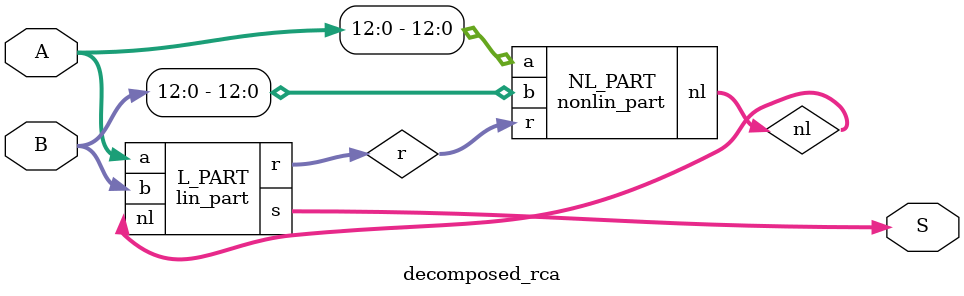
<source format=v>


module nonlin_part ( a, b, r, nl );
  input [12:0] a;
  input [12:0] b;
  input [10:0] r;
  output [36:0] nl;


  AN2D0 U1 ( .A1(r[1]), .A2(b[3]), .Z(nl[9]) );
  AN2D0 U2 ( .A1(a[3]), .A2(r[1]), .Z(nl[8]) );
  AN2D0 U3 ( .A1(a[3]), .A2(b[3]), .Z(nl[7]) );
  AN2D0 U4 ( .A1(r[0]), .A2(b[2]), .Z(nl[6]) );
  AN2D0 U5 ( .A1(a[2]), .A2(r[0]), .Z(nl[5]) );
  AN2D0 U6 ( .A1(a[2]), .A2(b[2]), .Z(nl[4]) );
  AN2D0 U7 ( .A1(b[1]), .A2(nl[0]), .Z(nl[3]) );
  AN2D0 U8 ( .A1(r[10]), .A2(b[12]), .Z(nl[36]) );
  AN2D0 U9 ( .A1(a[12]), .A2(r[10]), .Z(nl[35]) );
  AN2D0 U10 ( .A1(a[12]), .A2(b[12]), .Z(nl[34]) );
  AN2D0 U11 ( .A1(r[9]), .A2(b[11]), .Z(nl[33]) );
  AN2D0 U12 ( .A1(a[11]), .A2(r[9]), .Z(nl[32]) );
  AN2D0 U13 ( .A1(a[11]), .A2(b[11]), .Z(nl[31]) );
  AN2D0 U14 ( .A1(r[8]), .A2(b[10]), .Z(nl[30]) );
  AN2D0 U15 ( .A1(a[1]), .A2(nl[0]), .Z(nl[2]) );
  AN2D0 U16 ( .A1(a[10]), .A2(r[8]), .Z(nl[29]) );
  AN2D0 U17 ( .A1(a[10]), .A2(b[10]), .Z(nl[28]) );
  AN2D0 U18 ( .A1(r[7]), .A2(b[9]), .Z(nl[27]) );
  AN2D0 U19 ( .A1(a[9]), .A2(r[7]), .Z(nl[26]) );
  AN2D0 U20 ( .A1(a[9]), .A2(b[9]), .Z(nl[25]) );
  AN2D0 U21 ( .A1(r[6]), .A2(b[8]), .Z(nl[24]) );
  AN2D0 U22 ( .A1(a[8]), .A2(r[6]), .Z(nl[23]) );
  AN2D0 U23 ( .A1(a[8]), .A2(b[8]), .Z(nl[22]) );
  AN2D0 U24 ( .A1(r[5]), .A2(b[7]), .Z(nl[21]) );
  AN2D0 U25 ( .A1(a[7]), .A2(r[5]), .Z(nl[20]) );
  AN2D0 U26 ( .A1(a[1]), .A2(b[1]), .Z(nl[1]) );
  AN2D0 U27 ( .A1(a[7]), .A2(b[7]), .Z(nl[19]) );
  AN2D0 U28 ( .A1(r[4]), .A2(b[6]), .Z(nl[18]) );
  AN2D0 U29 ( .A1(a[6]), .A2(r[4]), .Z(nl[17]) );
  AN2D0 U30 ( .A1(a[6]), .A2(b[6]), .Z(nl[16]) );
  AN2D0 U31 ( .A1(r[3]), .A2(b[5]), .Z(nl[15]) );
  AN2D0 U32 ( .A1(a[5]), .A2(r[3]), .Z(nl[14]) );
  AN2D0 U33 ( .A1(a[5]), .A2(b[5]), .Z(nl[13]) );
  AN2D0 U34 ( .A1(r[2]), .A2(b[4]), .Z(nl[12]) );
  AN2D0 U35 ( .A1(a[4]), .A2(r[2]), .Z(nl[11]) );
  AN2D0 U36 ( .A1(a[4]), .A2(b[4]), .Z(nl[10]) );
  AN2D0 U37 ( .A1(b[0]), .A2(a[0]), .Z(nl[0]) );
endmodule


module lin_part ( a, b, nl, s, r );
  input [13:0] a;
  input [13:0] b;
  input [36:0] nl;
  output [13:0] s;
  output [10:0] r;
  wire   n1;

  XOR3D0 U1 ( .A1(b[9]), .A2(a[9]), .A3(r[7]), .Z(s[9]) );
  XOR3D0 U2 ( .A1(b[8]), .A2(a[8]), .A3(r[6]), .Z(s[8]) );
  XOR3D0 U3 ( .A1(b[7]), .A2(a[7]), .A3(r[5]), .Z(s[7]) );
  XOR3D0 U4 ( .A1(b[6]), .A2(a[6]), .A3(r[4]), .Z(s[6]) );
  XOR3D0 U5 ( .A1(b[5]), .A2(a[5]), .A3(r[3]), .Z(s[5]) );
  XOR3D0 U6 ( .A1(b[4]), .A2(a[4]), .A3(r[2]), .Z(s[4]) );
  XOR3D0 U7 ( .A1(b[3]), .A2(a[3]), .A3(r[1]), .Z(s[3]) );
  XOR3D0 U8 ( .A1(b[2]), .A2(a[2]), .A3(r[0]), .Z(s[2]) );
  XOR3D0 U9 ( .A1(nl[0]), .A2(b[1]), .A3(a[1]), .Z(s[1]) );
  XOR3D0 U10 ( .A1(b[13]), .A2(a[13]), .A3(n1), .Z(s[13]) );
  XOR3D0 U11 ( .A1(nl[36]), .A2(nl[35]), .A3(nl[34]), .Z(n1) );
  XOR3D0 U12 ( .A1(b[12]), .A2(a[12]), .A3(r[10]), .Z(s[12]) );
  XOR3D0 U13 ( .A1(b[11]), .A2(a[11]), .A3(r[9]), .Z(s[11]) );
  XOR3D0 U14 ( .A1(b[10]), .A2(a[10]), .A3(r[8]), .Z(s[10]) );
  XOR2D0 U15 ( .A1(b[0]), .A2(a[0]), .Z(s[0]) );
  XOR3D0 U16 ( .A1(nl[30]), .A2(nl[29]), .A3(nl[28]), .Z(r[9]) );
  XOR3D0 U17 ( .A1(nl[27]), .A2(nl[26]), .A3(nl[25]), .Z(r[8]) );
  XOR3D0 U18 ( .A1(nl[24]), .A2(nl[23]), .A3(nl[22]), .Z(r[7]) );
  XOR3D0 U19 ( .A1(nl[21]), .A2(nl[20]), .A3(nl[19]), .Z(r[6]) );
  XOR3D0 U20 ( .A1(nl[18]), .A2(nl[17]), .A3(nl[16]), .Z(r[5]) );
  XOR3D0 U21 ( .A1(nl[15]), .A2(nl[14]), .A3(nl[13]), .Z(r[4]) );
  XOR3D0 U22 ( .A1(nl[12]), .A2(nl[11]), .A3(nl[10]), .Z(r[3]) );
  XOR3D0 U23 ( .A1(nl[9]), .A2(nl[8]), .A3(nl[7]), .Z(r[2]) );
  XOR3D0 U24 ( .A1(nl[6]), .A2(nl[5]), .A3(nl[4]), .Z(r[1]) );
  XOR3D0 U25 ( .A1(nl[33]), .A2(nl[32]), .A3(nl[31]), .Z(r[10]) );
  XOR3D0 U26 ( .A1(nl[3]), .A2(nl[2]), .A3(nl[1]), .Z(r[0]) );
endmodule


module decomposed_rca ( A, B, S );
  input [13:0] A;
  input [13:0] B;
  output [13:0] S;

  wire   [10:0] r;
  wire   [36:0] nl;

  nonlin_part NL_PART ( .a(A[12:0]), .b(B[12:0]), .r(r), .nl(nl) );
  lin_part L_PART ( .a(A), .b(B), .nl(nl), .s(S), .r(r) );
endmodule


</source>
